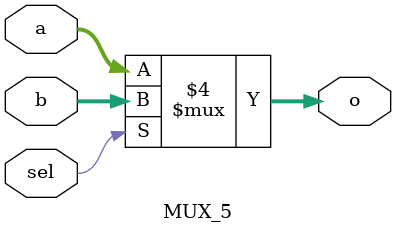
<source format=v>
`timescale 1ns / 1ps
module MUX_5(
   input [15:0]a,
	input [15:0]b,
	input sel,
	output reg[15:0]o
    );
	 
	 always @ (*)
	 begin
		if(sel == 0)
			o=a;
		else
			o=b;
	 end


endmodule

</source>
